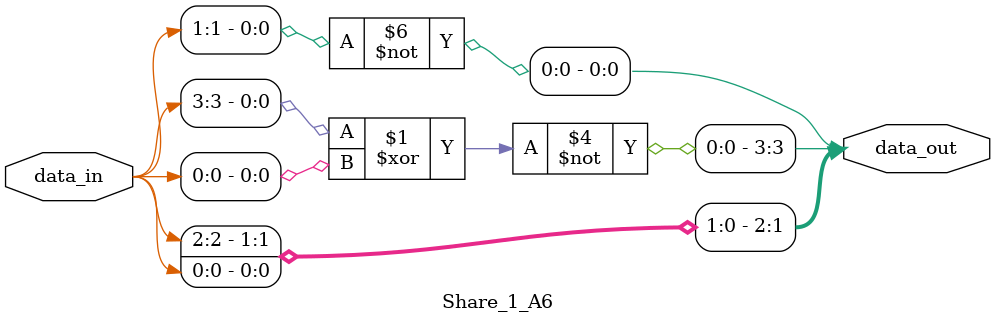
<source format=v>



module Share_1_A6(
	input wire [3:0] data_in,
	output wire [3:0] data_out
);

assign data_out[3]   = 1'b1 ^ (data_in[3] ^ data_in[0]);
assign data_out[2] = data_in[2];
assign data_out[1] = data_in[0];
assign data_out[0] = 1'b1 ^ data_in[1];

endmodule 
</source>
